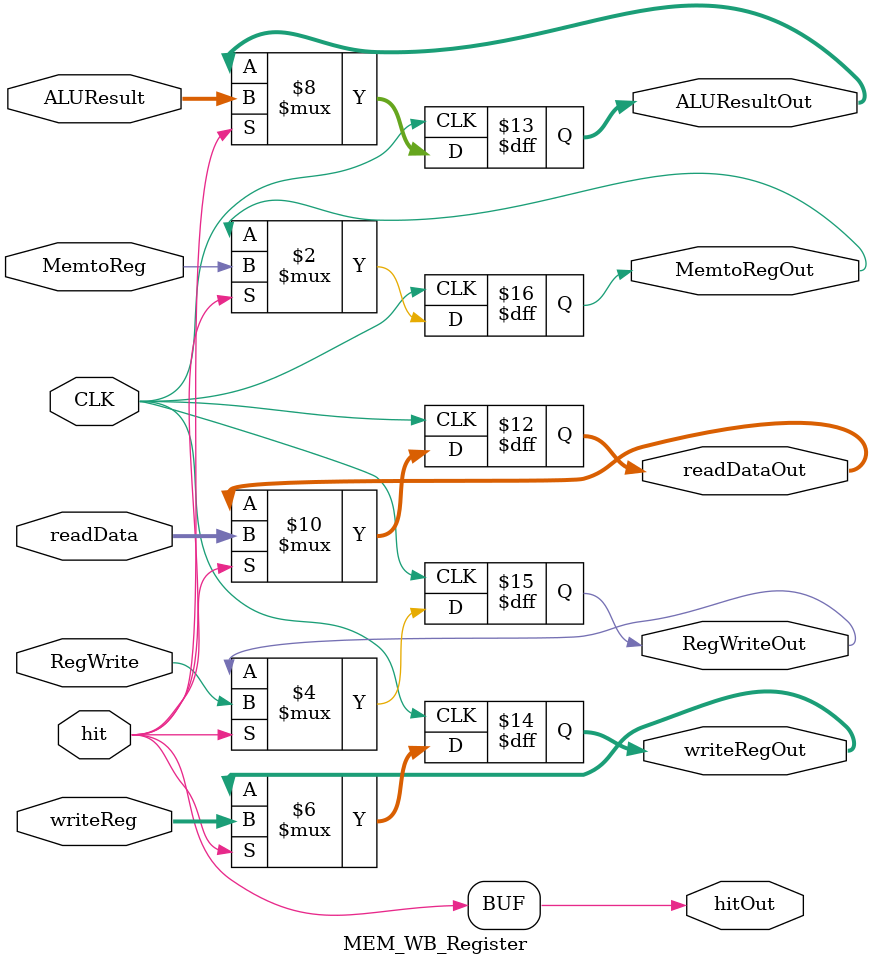
<source format=v>
`timescale 1ns / 1ps

module MEM_WB_Register (
    input CLK, 
    input hit, 
    input [31:0] readData, 
    input [31:0] ALUResult, 
    input [4:0] writeReg, 
    input RegWrite, 
    input MemtoReg,

    output hitOut, 
    output reg [31:0] readDataOut, 
    output reg [31:0] ALUResultOut, 
    output reg [4:0] writeRegOut, 
    output reg RegWriteOut,
    output reg MemtoRegOut
);


        // initial begin
        //         readDataOut =0 ; 
        //         ALUResultOut =0 ; 
        //     writeRegOut =0 ; 
        //         RegWriteOut =0 ;
        //         MemtoRegOut =0 ;       
        //              end


    	assign hitOut = hit;
	
	always @(negedge CLK)
		begin
			if(hit) 
				begin 
					MemtoRegOut  <= MemtoReg;
					RegWriteOut  <= RegWrite;
					writeRegOut  <= writeReg;
					readDataOut  <= readData;
					ALUResultOut <= ALUResult;		
				end
		end

endmodule
</source>
